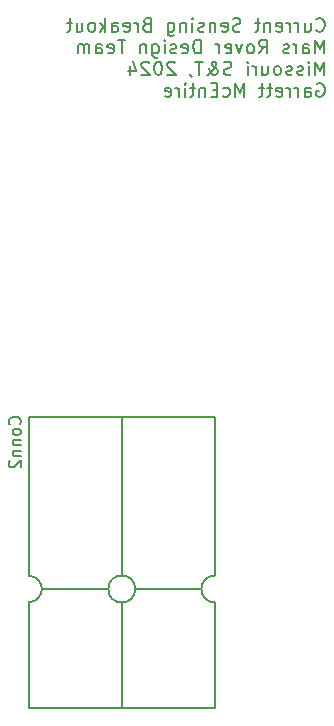
<source format=gbr>
%TF.GenerationSoftware,KiCad,Pcbnew,7.0.5*%
%TF.CreationDate,2023-10-04T22:19:23-05:00*%
%TF.ProjectId,Current Sensing Breakout,43757272-656e-4742-9053-656e73696e67,rev?*%
%TF.SameCoordinates,Original*%
%TF.FileFunction,Legend,Bot*%
%TF.FilePolarity,Positive*%
%FSLAX46Y46*%
G04 Gerber Fmt 4.6, Leading zero omitted, Abs format (unit mm)*
G04 Created by KiCad (PCBNEW 7.0.5) date 2023-10-04 22:19:23*
%MOMM*%
%LPD*%
G01*
G04 APERTURE LIST*
%ADD10C,0.187500*%
%ADD11C,0.150000*%
G04 APERTURE END LIST*
D10*
X74389359Y-27494821D02*
X74443787Y-27549250D01*
X74443787Y-27549250D02*
X74607073Y-27603678D01*
X74607073Y-27603678D02*
X74715930Y-27603678D01*
X74715930Y-27603678D02*
X74879216Y-27549250D01*
X74879216Y-27549250D02*
X74988073Y-27440392D01*
X74988073Y-27440392D02*
X75042502Y-27331535D01*
X75042502Y-27331535D02*
X75096930Y-27113821D01*
X75096930Y-27113821D02*
X75096930Y-26950535D01*
X75096930Y-26950535D02*
X75042502Y-26732821D01*
X75042502Y-26732821D02*
X74988073Y-26623964D01*
X74988073Y-26623964D02*
X74879216Y-26515107D01*
X74879216Y-26515107D02*
X74715930Y-26460678D01*
X74715930Y-26460678D02*
X74607073Y-26460678D01*
X74607073Y-26460678D02*
X74443787Y-26515107D01*
X74443787Y-26515107D02*
X74389359Y-26569535D01*
X73409645Y-26841678D02*
X73409645Y-27603678D01*
X73899502Y-26841678D02*
X73899502Y-27440392D01*
X73899502Y-27440392D02*
X73845073Y-27549250D01*
X73845073Y-27549250D02*
X73736216Y-27603678D01*
X73736216Y-27603678D02*
X73572930Y-27603678D01*
X73572930Y-27603678D02*
X73464073Y-27549250D01*
X73464073Y-27549250D02*
X73409645Y-27494821D01*
X72865359Y-27603678D02*
X72865359Y-26841678D01*
X72865359Y-27059392D02*
X72810930Y-26950535D01*
X72810930Y-26950535D02*
X72756502Y-26896107D01*
X72756502Y-26896107D02*
X72647644Y-26841678D01*
X72647644Y-26841678D02*
X72538787Y-26841678D01*
X72157788Y-27603678D02*
X72157788Y-26841678D01*
X72157788Y-27059392D02*
X72103359Y-26950535D01*
X72103359Y-26950535D02*
X72048931Y-26896107D01*
X72048931Y-26896107D02*
X71940073Y-26841678D01*
X71940073Y-26841678D02*
X71831216Y-26841678D01*
X71014788Y-27549250D02*
X71123645Y-27603678D01*
X71123645Y-27603678D02*
X71341360Y-27603678D01*
X71341360Y-27603678D02*
X71450217Y-27549250D01*
X71450217Y-27549250D02*
X71504645Y-27440392D01*
X71504645Y-27440392D02*
X71504645Y-27004964D01*
X71504645Y-27004964D02*
X71450217Y-26896107D01*
X71450217Y-26896107D02*
X71341360Y-26841678D01*
X71341360Y-26841678D02*
X71123645Y-26841678D01*
X71123645Y-26841678D02*
X71014788Y-26896107D01*
X71014788Y-26896107D02*
X70960360Y-27004964D01*
X70960360Y-27004964D02*
X70960360Y-27113821D01*
X70960360Y-27113821D02*
X71504645Y-27222678D01*
X70470503Y-26841678D02*
X70470503Y-27603678D01*
X70470503Y-26950535D02*
X70416074Y-26896107D01*
X70416074Y-26896107D02*
X70307217Y-26841678D01*
X70307217Y-26841678D02*
X70143931Y-26841678D01*
X70143931Y-26841678D02*
X70035074Y-26896107D01*
X70035074Y-26896107D02*
X69980646Y-27004964D01*
X69980646Y-27004964D02*
X69980646Y-27603678D01*
X69599645Y-26841678D02*
X69164217Y-26841678D01*
X69436360Y-26460678D02*
X69436360Y-27440392D01*
X69436360Y-27440392D02*
X69381931Y-27549250D01*
X69381931Y-27549250D02*
X69273074Y-27603678D01*
X69273074Y-27603678D02*
X69164217Y-27603678D01*
X67966788Y-27549250D02*
X67803503Y-27603678D01*
X67803503Y-27603678D02*
X67531360Y-27603678D01*
X67531360Y-27603678D02*
X67422503Y-27549250D01*
X67422503Y-27549250D02*
X67368074Y-27494821D01*
X67368074Y-27494821D02*
X67313645Y-27385964D01*
X67313645Y-27385964D02*
X67313645Y-27277107D01*
X67313645Y-27277107D02*
X67368074Y-27168250D01*
X67368074Y-27168250D02*
X67422503Y-27113821D01*
X67422503Y-27113821D02*
X67531360Y-27059392D01*
X67531360Y-27059392D02*
X67749074Y-27004964D01*
X67749074Y-27004964D02*
X67857931Y-26950535D01*
X67857931Y-26950535D02*
X67912360Y-26896107D01*
X67912360Y-26896107D02*
X67966788Y-26787250D01*
X67966788Y-26787250D02*
X67966788Y-26678392D01*
X67966788Y-26678392D02*
X67912360Y-26569535D01*
X67912360Y-26569535D02*
X67857931Y-26515107D01*
X67857931Y-26515107D02*
X67749074Y-26460678D01*
X67749074Y-26460678D02*
X67476931Y-26460678D01*
X67476931Y-26460678D02*
X67313645Y-26515107D01*
X66388360Y-27549250D02*
X66497217Y-27603678D01*
X66497217Y-27603678D02*
X66714932Y-27603678D01*
X66714932Y-27603678D02*
X66823789Y-27549250D01*
X66823789Y-27549250D02*
X66878217Y-27440392D01*
X66878217Y-27440392D02*
X66878217Y-27004964D01*
X66878217Y-27004964D02*
X66823789Y-26896107D01*
X66823789Y-26896107D02*
X66714932Y-26841678D01*
X66714932Y-26841678D02*
X66497217Y-26841678D01*
X66497217Y-26841678D02*
X66388360Y-26896107D01*
X66388360Y-26896107D02*
X66333932Y-27004964D01*
X66333932Y-27004964D02*
X66333932Y-27113821D01*
X66333932Y-27113821D02*
X66878217Y-27222678D01*
X65844075Y-26841678D02*
X65844075Y-27603678D01*
X65844075Y-26950535D02*
X65789646Y-26896107D01*
X65789646Y-26896107D02*
X65680789Y-26841678D01*
X65680789Y-26841678D02*
X65517503Y-26841678D01*
X65517503Y-26841678D02*
X65408646Y-26896107D01*
X65408646Y-26896107D02*
X65354218Y-27004964D01*
X65354218Y-27004964D02*
X65354218Y-27603678D01*
X64864360Y-27549250D02*
X64755503Y-27603678D01*
X64755503Y-27603678D02*
X64537789Y-27603678D01*
X64537789Y-27603678D02*
X64428932Y-27549250D01*
X64428932Y-27549250D02*
X64374503Y-27440392D01*
X64374503Y-27440392D02*
X64374503Y-27385964D01*
X64374503Y-27385964D02*
X64428932Y-27277107D01*
X64428932Y-27277107D02*
X64537789Y-27222678D01*
X64537789Y-27222678D02*
X64701075Y-27222678D01*
X64701075Y-27222678D02*
X64809932Y-27168250D01*
X64809932Y-27168250D02*
X64864360Y-27059392D01*
X64864360Y-27059392D02*
X64864360Y-27004964D01*
X64864360Y-27004964D02*
X64809932Y-26896107D01*
X64809932Y-26896107D02*
X64701075Y-26841678D01*
X64701075Y-26841678D02*
X64537789Y-26841678D01*
X64537789Y-26841678D02*
X64428932Y-26896107D01*
X63884646Y-27603678D02*
X63884646Y-26841678D01*
X63884646Y-26460678D02*
X63939074Y-26515107D01*
X63939074Y-26515107D02*
X63884646Y-26569535D01*
X63884646Y-26569535D02*
X63830217Y-26515107D01*
X63830217Y-26515107D02*
X63884646Y-26460678D01*
X63884646Y-26460678D02*
X63884646Y-26569535D01*
X63340360Y-26841678D02*
X63340360Y-27603678D01*
X63340360Y-26950535D02*
X63285931Y-26896107D01*
X63285931Y-26896107D02*
X63177074Y-26841678D01*
X63177074Y-26841678D02*
X63013788Y-26841678D01*
X63013788Y-26841678D02*
X62904931Y-26896107D01*
X62904931Y-26896107D02*
X62850503Y-27004964D01*
X62850503Y-27004964D02*
X62850503Y-27603678D01*
X61816360Y-26841678D02*
X61816360Y-27766964D01*
X61816360Y-27766964D02*
X61870788Y-27875821D01*
X61870788Y-27875821D02*
X61925217Y-27930250D01*
X61925217Y-27930250D02*
X62034074Y-27984678D01*
X62034074Y-27984678D02*
X62197360Y-27984678D01*
X62197360Y-27984678D02*
X62306217Y-27930250D01*
X61816360Y-27549250D02*
X61925217Y-27603678D01*
X61925217Y-27603678D02*
X62142931Y-27603678D01*
X62142931Y-27603678D02*
X62251788Y-27549250D01*
X62251788Y-27549250D02*
X62306217Y-27494821D01*
X62306217Y-27494821D02*
X62360645Y-27385964D01*
X62360645Y-27385964D02*
X62360645Y-27059392D01*
X62360645Y-27059392D02*
X62306217Y-26950535D01*
X62306217Y-26950535D02*
X62251788Y-26896107D01*
X62251788Y-26896107D02*
X62142931Y-26841678D01*
X62142931Y-26841678D02*
X61925217Y-26841678D01*
X61925217Y-26841678D02*
X61816360Y-26896107D01*
X60020217Y-27004964D02*
X59856931Y-27059392D01*
X59856931Y-27059392D02*
X59802502Y-27113821D01*
X59802502Y-27113821D02*
X59748074Y-27222678D01*
X59748074Y-27222678D02*
X59748074Y-27385964D01*
X59748074Y-27385964D02*
X59802502Y-27494821D01*
X59802502Y-27494821D02*
X59856931Y-27549250D01*
X59856931Y-27549250D02*
X59965788Y-27603678D01*
X59965788Y-27603678D02*
X60401217Y-27603678D01*
X60401217Y-27603678D02*
X60401217Y-26460678D01*
X60401217Y-26460678D02*
X60020217Y-26460678D01*
X60020217Y-26460678D02*
X59911360Y-26515107D01*
X59911360Y-26515107D02*
X59856931Y-26569535D01*
X59856931Y-26569535D02*
X59802502Y-26678392D01*
X59802502Y-26678392D02*
X59802502Y-26787250D01*
X59802502Y-26787250D02*
X59856931Y-26896107D01*
X59856931Y-26896107D02*
X59911360Y-26950535D01*
X59911360Y-26950535D02*
X60020217Y-27004964D01*
X60020217Y-27004964D02*
X60401217Y-27004964D01*
X59258217Y-27603678D02*
X59258217Y-26841678D01*
X59258217Y-27059392D02*
X59203788Y-26950535D01*
X59203788Y-26950535D02*
X59149360Y-26896107D01*
X59149360Y-26896107D02*
X59040502Y-26841678D01*
X59040502Y-26841678D02*
X58931645Y-26841678D01*
X58115217Y-27549250D02*
X58224074Y-27603678D01*
X58224074Y-27603678D02*
X58441789Y-27603678D01*
X58441789Y-27603678D02*
X58550646Y-27549250D01*
X58550646Y-27549250D02*
X58605074Y-27440392D01*
X58605074Y-27440392D02*
X58605074Y-27004964D01*
X58605074Y-27004964D02*
X58550646Y-26896107D01*
X58550646Y-26896107D02*
X58441789Y-26841678D01*
X58441789Y-26841678D02*
X58224074Y-26841678D01*
X58224074Y-26841678D02*
X58115217Y-26896107D01*
X58115217Y-26896107D02*
X58060789Y-27004964D01*
X58060789Y-27004964D02*
X58060789Y-27113821D01*
X58060789Y-27113821D02*
X58605074Y-27222678D01*
X57081075Y-27603678D02*
X57081075Y-27004964D01*
X57081075Y-27004964D02*
X57135503Y-26896107D01*
X57135503Y-26896107D02*
X57244360Y-26841678D01*
X57244360Y-26841678D02*
X57462075Y-26841678D01*
X57462075Y-26841678D02*
X57570932Y-26896107D01*
X57081075Y-27549250D02*
X57189932Y-27603678D01*
X57189932Y-27603678D02*
X57462075Y-27603678D01*
X57462075Y-27603678D02*
X57570932Y-27549250D01*
X57570932Y-27549250D02*
X57625360Y-27440392D01*
X57625360Y-27440392D02*
X57625360Y-27331535D01*
X57625360Y-27331535D02*
X57570932Y-27222678D01*
X57570932Y-27222678D02*
X57462075Y-27168250D01*
X57462075Y-27168250D02*
X57189932Y-27168250D01*
X57189932Y-27168250D02*
X57081075Y-27113821D01*
X56536789Y-27603678D02*
X56536789Y-26460678D01*
X56427932Y-27168250D02*
X56101360Y-27603678D01*
X56101360Y-26841678D02*
X56536789Y-27277107D01*
X55448217Y-27603678D02*
X55557074Y-27549250D01*
X55557074Y-27549250D02*
X55611503Y-27494821D01*
X55611503Y-27494821D02*
X55665931Y-27385964D01*
X55665931Y-27385964D02*
X55665931Y-27059392D01*
X55665931Y-27059392D02*
X55611503Y-26950535D01*
X55611503Y-26950535D02*
X55557074Y-26896107D01*
X55557074Y-26896107D02*
X55448217Y-26841678D01*
X55448217Y-26841678D02*
X55284931Y-26841678D01*
X55284931Y-26841678D02*
X55176074Y-26896107D01*
X55176074Y-26896107D02*
X55121646Y-26950535D01*
X55121646Y-26950535D02*
X55067217Y-27059392D01*
X55067217Y-27059392D02*
X55067217Y-27385964D01*
X55067217Y-27385964D02*
X55121646Y-27494821D01*
X55121646Y-27494821D02*
X55176074Y-27549250D01*
X55176074Y-27549250D02*
X55284931Y-27603678D01*
X55284931Y-27603678D02*
X55448217Y-27603678D01*
X54087503Y-26841678D02*
X54087503Y-27603678D01*
X54577360Y-26841678D02*
X54577360Y-27440392D01*
X54577360Y-27440392D02*
X54522931Y-27549250D01*
X54522931Y-27549250D02*
X54414074Y-27603678D01*
X54414074Y-27603678D02*
X54250788Y-27603678D01*
X54250788Y-27603678D02*
X54141931Y-27549250D01*
X54141931Y-27549250D02*
X54087503Y-27494821D01*
X53706502Y-26841678D02*
X53271074Y-26841678D01*
X53543217Y-26460678D02*
X53543217Y-27440392D01*
X53543217Y-27440392D02*
X53488788Y-27549250D01*
X53488788Y-27549250D02*
X53379931Y-27603678D01*
X53379931Y-27603678D02*
X53271074Y-27603678D01*
X75042502Y-29443908D02*
X75042502Y-28300908D01*
X75042502Y-28300908D02*
X74661502Y-29117337D01*
X74661502Y-29117337D02*
X74280502Y-28300908D01*
X74280502Y-28300908D02*
X74280502Y-29443908D01*
X73246359Y-29443908D02*
X73246359Y-28845194D01*
X73246359Y-28845194D02*
X73300787Y-28736337D01*
X73300787Y-28736337D02*
X73409644Y-28681908D01*
X73409644Y-28681908D02*
X73627359Y-28681908D01*
X73627359Y-28681908D02*
X73736216Y-28736337D01*
X73246359Y-29389480D02*
X73355216Y-29443908D01*
X73355216Y-29443908D02*
X73627359Y-29443908D01*
X73627359Y-29443908D02*
X73736216Y-29389480D01*
X73736216Y-29389480D02*
X73790644Y-29280622D01*
X73790644Y-29280622D02*
X73790644Y-29171765D01*
X73790644Y-29171765D02*
X73736216Y-29062908D01*
X73736216Y-29062908D02*
X73627359Y-29008480D01*
X73627359Y-29008480D02*
X73355216Y-29008480D01*
X73355216Y-29008480D02*
X73246359Y-28954051D01*
X72702073Y-29443908D02*
X72702073Y-28681908D01*
X72702073Y-28899622D02*
X72647644Y-28790765D01*
X72647644Y-28790765D02*
X72593216Y-28736337D01*
X72593216Y-28736337D02*
X72484358Y-28681908D01*
X72484358Y-28681908D02*
X72375501Y-28681908D01*
X72048930Y-29389480D02*
X71940073Y-29443908D01*
X71940073Y-29443908D02*
X71722359Y-29443908D01*
X71722359Y-29443908D02*
X71613502Y-29389480D01*
X71613502Y-29389480D02*
X71559073Y-29280622D01*
X71559073Y-29280622D02*
X71559073Y-29226194D01*
X71559073Y-29226194D02*
X71613502Y-29117337D01*
X71613502Y-29117337D02*
X71722359Y-29062908D01*
X71722359Y-29062908D02*
X71885645Y-29062908D01*
X71885645Y-29062908D02*
X71994502Y-29008480D01*
X71994502Y-29008480D02*
X72048930Y-28899622D01*
X72048930Y-28899622D02*
X72048930Y-28845194D01*
X72048930Y-28845194D02*
X71994502Y-28736337D01*
X71994502Y-28736337D02*
X71885645Y-28681908D01*
X71885645Y-28681908D02*
X71722359Y-28681908D01*
X71722359Y-28681908D02*
X71613502Y-28736337D01*
X69545216Y-29443908D02*
X69926216Y-28899622D01*
X70198359Y-29443908D02*
X70198359Y-28300908D01*
X70198359Y-28300908D02*
X69762930Y-28300908D01*
X69762930Y-28300908D02*
X69654073Y-28355337D01*
X69654073Y-28355337D02*
X69599644Y-28409765D01*
X69599644Y-28409765D02*
X69545216Y-28518622D01*
X69545216Y-28518622D02*
X69545216Y-28681908D01*
X69545216Y-28681908D02*
X69599644Y-28790765D01*
X69599644Y-28790765D02*
X69654073Y-28845194D01*
X69654073Y-28845194D02*
X69762930Y-28899622D01*
X69762930Y-28899622D02*
X70198359Y-28899622D01*
X68892073Y-29443908D02*
X69000930Y-29389480D01*
X69000930Y-29389480D02*
X69055359Y-29335051D01*
X69055359Y-29335051D02*
X69109787Y-29226194D01*
X69109787Y-29226194D02*
X69109787Y-28899622D01*
X69109787Y-28899622D02*
X69055359Y-28790765D01*
X69055359Y-28790765D02*
X69000930Y-28736337D01*
X69000930Y-28736337D02*
X68892073Y-28681908D01*
X68892073Y-28681908D02*
X68728787Y-28681908D01*
X68728787Y-28681908D02*
X68619930Y-28736337D01*
X68619930Y-28736337D02*
X68565502Y-28790765D01*
X68565502Y-28790765D02*
X68511073Y-28899622D01*
X68511073Y-28899622D02*
X68511073Y-29226194D01*
X68511073Y-29226194D02*
X68565502Y-29335051D01*
X68565502Y-29335051D02*
X68619930Y-29389480D01*
X68619930Y-29389480D02*
X68728787Y-29443908D01*
X68728787Y-29443908D02*
X68892073Y-29443908D01*
X68130073Y-28681908D02*
X67857930Y-29443908D01*
X67857930Y-29443908D02*
X67585787Y-28681908D01*
X66714930Y-29389480D02*
X66823787Y-29443908D01*
X66823787Y-29443908D02*
X67041502Y-29443908D01*
X67041502Y-29443908D02*
X67150359Y-29389480D01*
X67150359Y-29389480D02*
X67204787Y-29280622D01*
X67204787Y-29280622D02*
X67204787Y-28845194D01*
X67204787Y-28845194D02*
X67150359Y-28736337D01*
X67150359Y-28736337D02*
X67041502Y-28681908D01*
X67041502Y-28681908D02*
X66823787Y-28681908D01*
X66823787Y-28681908D02*
X66714930Y-28736337D01*
X66714930Y-28736337D02*
X66660502Y-28845194D01*
X66660502Y-28845194D02*
X66660502Y-28954051D01*
X66660502Y-28954051D02*
X67204787Y-29062908D01*
X66170645Y-29443908D02*
X66170645Y-28681908D01*
X66170645Y-28899622D02*
X66116216Y-28790765D01*
X66116216Y-28790765D02*
X66061788Y-28736337D01*
X66061788Y-28736337D02*
X65952930Y-28681908D01*
X65952930Y-28681908D02*
X65844073Y-28681908D01*
X64592217Y-29443908D02*
X64592217Y-28300908D01*
X64592217Y-28300908D02*
X64320074Y-28300908D01*
X64320074Y-28300908D02*
X64156788Y-28355337D01*
X64156788Y-28355337D02*
X64047931Y-28464194D01*
X64047931Y-28464194D02*
X63993502Y-28573051D01*
X63993502Y-28573051D02*
X63939074Y-28790765D01*
X63939074Y-28790765D02*
X63939074Y-28954051D01*
X63939074Y-28954051D02*
X63993502Y-29171765D01*
X63993502Y-29171765D02*
X64047931Y-29280622D01*
X64047931Y-29280622D02*
X64156788Y-29389480D01*
X64156788Y-29389480D02*
X64320074Y-29443908D01*
X64320074Y-29443908D02*
X64592217Y-29443908D01*
X63013788Y-29389480D02*
X63122645Y-29443908D01*
X63122645Y-29443908D02*
X63340360Y-29443908D01*
X63340360Y-29443908D02*
X63449217Y-29389480D01*
X63449217Y-29389480D02*
X63503645Y-29280622D01*
X63503645Y-29280622D02*
X63503645Y-28845194D01*
X63503645Y-28845194D02*
X63449217Y-28736337D01*
X63449217Y-28736337D02*
X63340360Y-28681908D01*
X63340360Y-28681908D02*
X63122645Y-28681908D01*
X63122645Y-28681908D02*
X63013788Y-28736337D01*
X63013788Y-28736337D02*
X62959360Y-28845194D01*
X62959360Y-28845194D02*
X62959360Y-28954051D01*
X62959360Y-28954051D02*
X63503645Y-29062908D01*
X62523931Y-29389480D02*
X62415074Y-29443908D01*
X62415074Y-29443908D02*
X62197360Y-29443908D01*
X62197360Y-29443908D02*
X62088503Y-29389480D01*
X62088503Y-29389480D02*
X62034074Y-29280622D01*
X62034074Y-29280622D02*
X62034074Y-29226194D01*
X62034074Y-29226194D02*
X62088503Y-29117337D01*
X62088503Y-29117337D02*
X62197360Y-29062908D01*
X62197360Y-29062908D02*
X62360646Y-29062908D01*
X62360646Y-29062908D02*
X62469503Y-29008480D01*
X62469503Y-29008480D02*
X62523931Y-28899622D01*
X62523931Y-28899622D02*
X62523931Y-28845194D01*
X62523931Y-28845194D02*
X62469503Y-28736337D01*
X62469503Y-28736337D02*
X62360646Y-28681908D01*
X62360646Y-28681908D02*
X62197360Y-28681908D01*
X62197360Y-28681908D02*
X62088503Y-28736337D01*
X61544217Y-29443908D02*
X61544217Y-28681908D01*
X61544217Y-28300908D02*
X61598645Y-28355337D01*
X61598645Y-28355337D02*
X61544217Y-28409765D01*
X61544217Y-28409765D02*
X61489788Y-28355337D01*
X61489788Y-28355337D02*
X61544217Y-28300908D01*
X61544217Y-28300908D02*
X61544217Y-28409765D01*
X60510074Y-28681908D02*
X60510074Y-29607194D01*
X60510074Y-29607194D02*
X60564502Y-29716051D01*
X60564502Y-29716051D02*
X60618931Y-29770480D01*
X60618931Y-29770480D02*
X60727788Y-29824908D01*
X60727788Y-29824908D02*
X60891074Y-29824908D01*
X60891074Y-29824908D02*
X60999931Y-29770480D01*
X60510074Y-29389480D02*
X60618931Y-29443908D01*
X60618931Y-29443908D02*
X60836645Y-29443908D01*
X60836645Y-29443908D02*
X60945502Y-29389480D01*
X60945502Y-29389480D02*
X60999931Y-29335051D01*
X60999931Y-29335051D02*
X61054359Y-29226194D01*
X61054359Y-29226194D02*
X61054359Y-28899622D01*
X61054359Y-28899622D02*
X60999931Y-28790765D01*
X60999931Y-28790765D02*
X60945502Y-28736337D01*
X60945502Y-28736337D02*
X60836645Y-28681908D01*
X60836645Y-28681908D02*
X60618931Y-28681908D01*
X60618931Y-28681908D02*
X60510074Y-28736337D01*
X59965788Y-28681908D02*
X59965788Y-29443908D01*
X59965788Y-28790765D02*
X59911359Y-28736337D01*
X59911359Y-28736337D02*
X59802502Y-28681908D01*
X59802502Y-28681908D02*
X59639216Y-28681908D01*
X59639216Y-28681908D02*
X59530359Y-28736337D01*
X59530359Y-28736337D02*
X59475931Y-28845194D01*
X59475931Y-28845194D02*
X59475931Y-29443908D01*
X58224073Y-28300908D02*
X57570931Y-28300908D01*
X57897502Y-29443908D02*
X57897502Y-28300908D01*
X56754502Y-29389480D02*
X56863359Y-29443908D01*
X56863359Y-29443908D02*
X57081074Y-29443908D01*
X57081074Y-29443908D02*
X57189931Y-29389480D01*
X57189931Y-29389480D02*
X57244359Y-29280622D01*
X57244359Y-29280622D02*
X57244359Y-28845194D01*
X57244359Y-28845194D02*
X57189931Y-28736337D01*
X57189931Y-28736337D02*
X57081074Y-28681908D01*
X57081074Y-28681908D02*
X56863359Y-28681908D01*
X56863359Y-28681908D02*
X56754502Y-28736337D01*
X56754502Y-28736337D02*
X56700074Y-28845194D01*
X56700074Y-28845194D02*
X56700074Y-28954051D01*
X56700074Y-28954051D02*
X57244359Y-29062908D01*
X55720360Y-29443908D02*
X55720360Y-28845194D01*
X55720360Y-28845194D02*
X55774788Y-28736337D01*
X55774788Y-28736337D02*
X55883645Y-28681908D01*
X55883645Y-28681908D02*
X56101360Y-28681908D01*
X56101360Y-28681908D02*
X56210217Y-28736337D01*
X55720360Y-29389480D02*
X55829217Y-29443908D01*
X55829217Y-29443908D02*
X56101360Y-29443908D01*
X56101360Y-29443908D02*
X56210217Y-29389480D01*
X56210217Y-29389480D02*
X56264645Y-29280622D01*
X56264645Y-29280622D02*
X56264645Y-29171765D01*
X56264645Y-29171765D02*
X56210217Y-29062908D01*
X56210217Y-29062908D02*
X56101360Y-29008480D01*
X56101360Y-29008480D02*
X55829217Y-29008480D01*
X55829217Y-29008480D02*
X55720360Y-28954051D01*
X55176074Y-29443908D02*
X55176074Y-28681908D01*
X55176074Y-28790765D02*
X55121645Y-28736337D01*
X55121645Y-28736337D02*
X55012788Y-28681908D01*
X55012788Y-28681908D02*
X54849502Y-28681908D01*
X54849502Y-28681908D02*
X54740645Y-28736337D01*
X54740645Y-28736337D02*
X54686217Y-28845194D01*
X54686217Y-28845194D02*
X54686217Y-29443908D01*
X54686217Y-28845194D02*
X54631788Y-28736337D01*
X54631788Y-28736337D02*
X54522931Y-28681908D01*
X54522931Y-28681908D02*
X54359645Y-28681908D01*
X54359645Y-28681908D02*
X54250788Y-28736337D01*
X54250788Y-28736337D02*
X54196359Y-28845194D01*
X54196359Y-28845194D02*
X54196359Y-29443908D01*
X75042502Y-31284138D02*
X75042502Y-30141138D01*
X75042502Y-30141138D02*
X74661502Y-30957567D01*
X74661502Y-30957567D02*
X74280502Y-30141138D01*
X74280502Y-30141138D02*
X74280502Y-31284138D01*
X73736216Y-31284138D02*
X73736216Y-30522138D01*
X73736216Y-30141138D02*
X73790644Y-30195567D01*
X73790644Y-30195567D02*
X73736216Y-30249995D01*
X73736216Y-30249995D02*
X73681787Y-30195567D01*
X73681787Y-30195567D02*
X73736216Y-30141138D01*
X73736216Y-30141138D02*
X73736216Y-30249995D01*
X73246358Y-31229710D02*
X73137501Y-31284138D01*
X73137501Y-31284138D02*
X72919787Y-31284138D01*
X72919787Y-31284138D02*
X72810930Y-31229710D01*
X72810930Y-31229710D02*
X72756501Y-31120852D01*
X72756501Y-31120852D02*
X72756501Y-31066424D01*
X72756501Y-31066424D02*
X72810930Y-30957567D01*
X72810930Y-30957567D02*
X72919787Y-30903138D01*
X72919787Y-30903138D02*
X73083073Y-30903138D01*
X73083073Y-30903138D02*
X73191930Y-30848710D01*
X73191930Y-30848710D02*
X73246358Y-30739852D01*
X73246358Y-30739852D02*
X73246358Y-30685424D01*
X73246358Y-30685424D02*
X73191930Y-30576567D01*
X73191930Y-30576567D02*
X73083073Y-30522138D01*
X73083073Y-30522138D02*
X72919787Y-30522138D01*
X72919787Y-30522138D02*
X72810930Y-30576567D01*
X72321072Y-31229710D02*
X72212215Y-31284138D01*
X72212215Y-31284138D02*
X71994501Y-31284138D01*
X71994501Y-31284138D02*
X71885644Y-31229710D01*
X71885644Y-31229710D02*
X71831215Y-31120852D01*
X71831215Y-31120852D02*
X71831215Y-31066424D01*
X71831215Y-31066424D02*
X71885644Y-30957567D01*
X71885644Y-30957567D02*
X71994501Y-30903138D01*
X71994501Y-30903138D02*
X72157787Y-30903138D01*
X72157787Y-30903138D02*
X72266644Y-30848710D01*
X72266644Y-30848710D02*
X72321072Y-30739852D01*
X72321072Y-30739852D02*
X72321072Y-30685424D01*
X72321072Y-30685424D02*
X72266644Y-30576567D01*
X72266644Y-30576567D02*
X72157787Y-30522138D01*
X72157787Y-30522138D02*
X71994501Y-30522138D01*
X71994501Y-30522138D02*
X71885644Y-30576567D01*
X71178072Y-31284138D02*
X71286929Y-31229710D01*
X71286929Y-31229710D02*
X71341358Y-31175281D01*
X71341358Y-31175281D02*
X71395786Y-31066424D01*
X71395786Y-31066424D02*
X71395786Y-30739852D01*
X71395786Y-30739852D02*
X71341358Y-30630995D01*
X71341358Y-30630995D02*
X71286929Y-30576567D01*
X71286929Y-30576567D02*
X71178072Y-30522138D01*
X71178072Y-30522138D02*
X71014786Y-30522138D01*
X71014786Y-30522138D02*
X70905929Y-30576567D01*
X70905929Y-30576567D02*
X70851501Y-30630995D01*
X70851501Y-30630995D02*
X70797072Y-30739852D01*
X70797072Y-30739852D02*
X70797072Y-31066424D01*
X70797072Y-31066424D02*
X70851501Y-31175281D01*
X70851501Y-31175281D02*
X70905929Y-31229710D01*
X70905929Y-31229710D02*
X71014786Y-31284138D01*
X71014786Y-31284138D02*
X71178072Y-31284138D01*
X69817358Y-30522138D02*
X69817358Y-31284138D01*
X70307215Y-30522138D02*
X70307215Y-31120852D01*
X70307215Y-31120852D02*
X70252786Y-31229710D01*
X70252786Y-31229710D02*
X70143929Y-31284138D01*
X70143929Y-31284138D02*
X69980643Y-31284138D01*
X69980643Y-31284138D02*
X69871786Y-31229710D01*
X69871786Y-31229710D02*
X69817358Y-31175281D01*
X69273072Y-31284138D02*
X69273072Y-30522138D01*
X69273072Y-30739852D02*
X69218643Y-30630995D01*
X69218643Y-30630995D02*
X69164215Y-30576567D01*
X69164215Y-30576567D02*
X69055357Y-30522138D01*
X69055357Y-30522138D02*
X68946500Y-30522138D01*
X68565501Y-31284138D02*
X68565501Y-30522138D01*
X68565501Y-30141138D02*
X68619929Y-30195567D01*
X68619929Y-30195567D02*
X68565501Y-30249995D01*
X68565501Y-30249995D02*
X68511072Y-30195567D01*
X68511072Y-30195567D02*
X68565501Y-30141138D01*
X68565501Y-30141138D02*
X68565501Y-30249995D01*
X67204786Y-31229710D02*
X67041501Y-31284138D01*
X67041501Y-31284138D02*
X66769358Y-31284138D01*
X66769358Y-31284138D02*
X66660501Y-31229710D01*
X66660501Y-31229710D02*
X66606072Y-31175281D01*
X66606072Y-31175281D02*
X66551643Y-31066424D01*
X66551643Y-31066424D02*
X66551643Y-30957567D01*
X66551643Y-30957567D02*
X66606072Y-30848710D01*
X66606072Y-30848710D02*
X66660501Y-30794281D01*
X66660501Y-30794281D02*
X66769358Y-30739852D01*
X66769358Y-30739852D02*
X66987072Y-30685424D01*
X66987072Y-30685424D02*
X67095929Y-30630995D01*
X67095929Y-30630995D02*
X67150358Y-30576567D01*
X67150358Y-30576567D02*
X67204786Y-30467710D01*
X67204786Y-30467710D02*
X67204786Y-30358852D01*
X67204786Y-30358852D02*
X67150358Y-30249995D01*
X67150358Y-30249995D02*
X67095929Y-30195567D01*
X67095929Y-30195567D02*
X66987072Y-30141138D01*
X66987072Y-30141138D02*
X66714929Y-30141138D01*
X66714929Y-30141138D02*
X66551643Y-30195567D01*
X65136501Y-31284138D02*
X65190930Y-31284138D01*
X65190930Y-31284138D02*
X65299787Y-31229710D01*
X65299787Y-31229710D02*
X65463072Y-31066424D01*
X65463072Y-31066424D02*
X65735215Y-30739852D01*
X65735215Y-30739852D02*
X65844072Y-30576567D01*
X65844072Y-30576567D02*
X65898501Y-30413281D01*
X65898501Y-30413281D02*
X65898501Y-30304424D01*
X65898501Y-30304424D02*
X65844072Y-30195567D01*
X65844072Y-30195567D02*
X65735215Y-30141138D01*
X65735215Y-30141138D02*
X65680787Y-30141138D01*
X65680787Y-30141138D02*
X65571930Y-30195567D01*
X65571930Y-30195567D02*
X65517501Y-30304424D01*
X65517501Y-30304424D02*
X65517501Y-30358852D01*
X65517501Y-30358852D02*
X65571930Y-30467710D01*
X65571930Y-30467710D02*
X65626358Y-30522138D01*
X65626358Y-30522138D02*
X65952930Y-30739852D01*
X65952930Y-30739852D02*
X66007358Y-30794281D01*
X66007358Y-30794281D02*
X66061787Y-30903138D01*
X66061787Y-30903138D02*
X66061787Y-31066424D01*
X66061787Y-31066424D02*
X66007358Y-31175281D01*
X66007358Y-31175281D02*
X65952930Y-31229710D01*
X65952930Y-31229710D02*
X65844072Y-31284138D01*
X65844072Y-31284138D02*
X65680787Y-31284138D01*
X65680787Y-31284138D02*
X65571930Y-31229710D01*
X65571930Y-31229710D02*
X65517501Y-31175281D01*
X65517501Y-31175281D02*
X65354215Y-30957567D01*
X65354215Y-30957567D02*
X65299787Y-30794281D01*
X65299787Y-30794281D02*
X65299787Y-30685424D01*
X64809929Y-30141138D02*
X64156787Y-30141138D01*
X64483358Y-31284138D02*
X64483358Y-30141138D01*
X63721358Y-31229710D02*
X63721358Y-31284138D01*
X63721358Y-31284138D02*
X63775787Y-31392995D01*
X63775787Y-31392995D02*
X63830215Y-31447424D01*
X62415072Y-30249995D02*
X62360644Y-30195567D01*
X62360644Y-30195567D02*
X62251787Y-30141138D01*
X62251787Y-30141138D02*
X61979644Y-30141138D01*
X61979644Y-30141138D02*
X61870787Y-30195567D01*
X61870787Y-30195567D02*
X61816358Y-30249995D01*
X61816358Y-30249995D02*
X61761929Y-30358852D01*
X61761929Y-30358852D02*
X61761929Y-30467710D01*
X61761929Y-30467710D02*
X61816358Y-30630995D01*
X61816358Y-30630995D02*
X62469501Y-31284138D01*
X62469501Y-31284138D02*
X61761929Y-31284138D01*
X61054358Y-30141138D02*
X60945501Y-30141138D01*
X60945501Y-30141138D02*
X60836644Y-30195567D01*
X60836644Y-30195567D02*
X60782216Y-30249995D01*
X60782216Y-30249995D02*
X60727787Y-30358852D01*
X60727787Y-30358852D02*
X60673358Y-30576567D01*
X60673358Y-30576567D02*
X60673358Y-30848710D01*
X60673358Y-30848710D02*
X60727787Y-31066424D01*
X60727787Y-31066424D02*
X60782216Y-31175281D01*
X60782216Y-31175281D02*
X60836644Y-31229710D01*
X60836644Y-31229710D02*
X60945501Y-31284138D01*
X60945501Y-31284138D02*
X61054358Y-31284138D01*
X61054358Y-31284138D02*
X61163216Y-31229710D01*
X61163216Y-31229710D02*
X61217644Y-31175281D01*
X61217644Y-31175281D02*
X61272073Y-31066424D01*
X61272073Y-31066424D02*
X61326501Y-30848710D01*
X61326501Y-30848710D02*
X61326501Y-30576567D01*
X61326501Y-30576567D02*
X61272073Y-30358852D01*
X61272073Y-30358852D02*
X61217644Y-30249995D01*
X61217644Y-30249995D02*
X61163216Y-30195567D01*
X61163216Y-30195567D02*
X61054358Y-30141138D01*
X60237930Y-30249995D02*
X60183502Y-30195567D01*
X60183502Y-30195567D02*
X60074645Y-30141138D01*
X60074645Y-30141138D02*
X59802502Y-30141138D01*
X59802502Y-30141138D02*
X59693645Y-30195567D01*
X59693645Y-30195567D02*
X59639216Y-30249995D01*
X59639216Y-30249995D02*
X59584787Y-30358852D01*
X59584787Y-30358852D02*
X59584787Y-30467710D01*
X59584787Y-30467710D02*
X59639216Y-30630995D01*
X59639216Y-30630995D02*
X60292359Y-31284138D01*
X60292359Y-31284138D02*
X59584787Y-31284138D01*
X58605074Y-30522138D02*
X58605074Y-31284138D01*
X58877216Y-30086710D02*
X59149359Y-30903138D01*
X59149359Y-30903138D02*
X58441788Y-30903138D01*
X74443787Y-32035797D02*
X74552645Y-31981368D01*
X74552645Y-31981368D02*
X74715930Y-31981368D01*
X74715930Y-31981368D02*
X74879216Y-32035797D01*
X74879216Y-32035797D02*
X74988073Y-32144654D01*
X74988073Y-32144654D02*
X75042502Y-32253511D01*
X75042502Y-32253511D02*
X75096930Y-32471225D01*
X75096930Y-32471225D02*
X75096930Y-32634511D01*
X75096930Y-32634511D02*
X75042502Y-32852225D01*
X75042502Y-32852225D02*
X74988073Y-32961082D01*
X74988073Y-32961082D02*
X74879216Y-33069940D01*
X74879216Y-33069940D02*
X74715930Y-33124368D01*
X74715930Y-33124368D02*
X74607073Y-33124368D01*
X74607073Y-33124368D02*
X74443787Y-33069940D01*
X74443787Y-33069940D02*
X74389359Y-33015511D01*
X74389359Y-33015511D02*
X74389359Y-32634511D01*
X74389359Y-32634511D02*
X74607073Y-32634511D01*
X73409645Y-33124368D02*
X73409645Y-32525654D01*
X73409645Y-32525654D02*
X73464073Y-32416797D01*
X73464073Y-32416797D02*
X73572930Y-32362368D01*
X73572930Y-32362368D02*
X73790645Y-32362368D01*
X73790645Y-32362368D02*
X73899502Y-32416797D01*
X73409645Y-33069940D02*
X73518502Y-33124368D01*
X73518502Y-33124368D02*
X73790645Y-33124368D01*
X73790645Y-33124368D02*
X73899502Y-33069940D01*
X73899502Y-33069940D02*
X73953930Y-32961082D01*
X73953930Y-32961082D02*
X73953930Y-32852225D01*
X73953930Y-32852225D02*
X73899502Y-32743368D01*
X73899502Y-32743368D02*
X73790645Y-32688940D01*
X73790645Y-32688940D02*
X73518502Y-32688940D01*
X73518502Y-32688940D02*
X73409645Y-32634511D01*
X72865359Y-33124368D02*
X72865359Y-32362368D01*
X72865359Y-32580082D02*
X72810930Y-32471225D01*
X72810930Y-32471225D02*
X72756502Y-32416797D01*
X72756502Y-32416797D02*
X72647644Y-32362368D01*
X72647644Y-32362368D02*
X72538787Y-32362368D01*
X72157788Y-33124368D02*
X72157788Y-32362368D01*
X72157788Y-32580082D02*
X72103359Y-32471225D01*
X72103359Y-32471225D02*
X72048931Y-32416797D01*
X72048931Y-32416797D02*
X71940073Y-32362368D01*
X71940073Y-32362368D02*
X71831216Y-32362368D01*
X71014788Y-33069940D02*
X71123645Y-33124368D01*
X71123645Y-33124368D02*
X71341360Y-33124368D01*
X71341360Y-33124368D02*
X71450217Y-33069940D01*
X71450217Y-33069940D02*
X71504645Y-32961082D01*
X71504645Y-32961082D02*
X71504645Y-32525654D01*
X71504645Y-32525654D02*
X71450217Y-32416797D01*
X71450217Y-32416797D02*
X71341360Y-32362368D01*
X71341360Y-32362368D02*
X71123645Y-32362368D01*
X71123645Y-32362368D02*
X71014788Y-32416797D01*
X71014788Y-32416797D02*
X70960360Y-32525654D01*
X70960360Y-32525654D02*
X70960360Y-32634511D01*
X70960360Y-32634511D02*
X71504645Y-32743368D01*
X70633788Y-32362368D02*
X70198360Y-32362368D01*
X70470503Y-31981368D02*
X70470503Y-32961082D01*
X70470503Y-32961082D02*
X70416074Y-33069940D01*
X70416074Y-33069940D02*
X70307217Y-33124368D01*
X70307217Y-33124368D02*
X70198360Y-33124368D01*
X69980645Y-32362368D02*
X69545217Y-32362368D01*
X69817360Y-31981368D02*
X69817360Y-32961082D01*
X69817360Y-32961082D02*
X69762931Y-33069940D01*
X69762931Y-33069940D02*
X69654074Y-33124368D01*
X69654074Y-33124368D02*
X69545217Y-33124368D01*
X68293360Y-33124368D02*
X68293360Y-31981368D01*
X68293360Y-31981368D02*
X67912360Y-32797797D01*
X67912360Y-32797797D02*
X67531360Y-31981368D01*
X67531360Y-31981368D02*
X67531360Y-33124368D01*
X66497217Y-33069940D02*
X66606074Y-33124368D01*
X66606074Y-33124368D02*
X66823788Y-33124368D01*
X66823788Y-33124368D02*
X66932645Y-33069940D01*
X66932645Y-33069940D02*
X66987074Y-33015511D01*
X66987074Y-33015511D02*
X67041502Y-32906654D01*
X67041502Y-32906654D02*
X67041502Y-32580082D01*
X67041502Y-32580082D02*
X66987074Y-32471225D01*
X66987074Y-32471225D02*
X66932645Y-32416797D01*
X66932645Y-32416797D02*
X66823788Y-32362368D01*
X66823788Y-32362368D02*
X66606074Y-32362368D01*
X66606074Y-32362368D02*
X66497217Y-32416797D01*
X66007360Y-32525654D02*
X65626360Y-32525654D01*
X65463074Y-33124368D02*
X66007360Y-33124368D01*
X66007360Y-33124368D02*
X66007360Y-31981368D01*
X66007360Y-31981368D02*
X65463074Y-31981368D01*
X64973217Y-32362368D02*
X64973217Y-33124368D01*
X64973217Y-32471225D02*
X64918788Y-32416797D01*
X64918788Y-32416797D02*
X64809931Y-32362368D01*
X64809931Y-32362368D02*
X64646645Y-32362368D01*
X64646645Y-32362368D02*
X64537788Y-32416797D01*
X64537788Y-32416797D02*
X64483360Y-32525654D01*
X64483360Y-32525654D02*
X64483360Y-33124368D01*
X64102359Y-32362368D02*
X63666931Y-32362368D01*
X63939074Y-31981368D02*
X63939074Y-32961082D01*
X63939074Y-32961082D02*
X63884645Y-33069940D01*
X63884645Y-33069940D02*
X63775788Y-33124368D01*
X63775788Y-33124368D02*
X63666931Y-33124368D01*
X63285931Y-33124368D02*
X63285931Y-32362368D01*
X63285931Y-31981368D02*
X63340359Y-32035797D01*
X63340359Y-32035797D02*
X63285931Y-32090225D01*
X63285931Y-32090225D02*
X63231502Y-32035797D01*
X63231502Y-32035797D02*
X63285931Y-31981368D01*
X63285931Y-31981368D02*
X63285931Y-32090225D01*
X62741645Y-33124368D02*
X62741645Y-32362368D01*
X62741645Y-32580082D02*
X62687216Y-32471225D01*
X62687216Y-32471225D02*
X62632788Y-32416797D01*
X62632788Y-32416797D02*
X62523930Y-32362368D01*
X62523930Y-32362368D02*
X62415073Y-32362368D01*
X61598645Y-33069940D02*
X61707502Y-33124368D01*
X61707502Y-33124368D02*
X61925217Y-33124368D01*
X61925217Y-33124368D02*
X62034074Y-33069940D01*
X62034074Y-33069940D02*
X62088502Y-32961082D01*
X62088502Y-32961082D02*
X62088502Y-32525654D01*
X62088502Y-32525654D02*
X62034074Y-32416797D01*
X62034074Y-32416797D02*
X61925217Y-32362368D01*
X61925217Y-32362368D02*
X61707502Y-32362368D01*
X61707502Y-32362368D02*
X61598645Y-32416797D01*
X61598645Y-32416797D02*
X61544217Y-32525654D01*
X61544217Y-32525654D02*
X61544217Y-32634511D01*
X61544217Y-32634511D02*
X62088502Y-32743368D01*
D11*
%TO.C,Conn2*%
X49258580Y-60843590D02*
X49306200Y-60795971D01*
X49306200Y-60795971D02*
X49353819Y-60653114D01*
X49353819Y-60653114D02*
X49353819Y-60557876D01*
X49353819Y-60557876D02*
X49306200Y-60415019D01*
X49306200Y-60415019D02*
X49210961Y-60319781D01*
X49210961Y-60319781D02*
X49115723Y-60272162D01*
X49115723Y-60272162D02*
X48925247Y-60224543D01*
X48925247Y-60224543D02*
X48782390Y-60224543D01*
X48782390Y-60224543D02*
X48591914Y-60272162D01*
X48591914Y-60272162D02*
X48496676Y-60319781D01*
X48496676Y-60319781D02*
X48401438Y-60415019D01*
X48401438Y-60415019D02*
X48353819Y-60557876D01*
X48353819Y-60557876D02*
X48353819Y-60653114D01*
X48353819Y-60653114D02*
X48401438Y-60795971D01*
X48401438Y-60795971D02*
X48449057Y-60843590D01*
X49353819Y-61415019D02*
X49306200Y-61319781D01*
X49306200Y-61319781D02*
X49258580Y-61272162D01*
X49258580Y-61272162D02*
X49163342Y-61224543D01*
X49163342Y-61224543D02*
X48877628Y-61224543D01*
X48877628Y-61224543D02*
X48782390Y-61272162D01*
X48782390Y-61272162D02*
X48734771Y-61319781D01*
X48734771Y-61319781D02*
X48687152Y-61415019D01*
X48687152Y-61415019D02*
X48687152Y-61557876D01*
X48687152Y-61557876D02*
X48734771Y-61653114D01*
X48734771Y-61653114D02*
X48782390Y-61700733D01*
X48782390Y-61700733D02*
X48877628Y-61748352D01*
X48877628Y-61748352D02*
X49163342Y-61748352D01*
X49163342Y-61748352D02*
X49258580Y-61700733D01*
X49258580Y-61700733D02*
X49306200Y-61653114D01*
X49306200Y-61653114D02*
X49353819Y-61557876D01*
X49353819Y-61557876D02*
X49353819Y-61415019D01*
X48687152Y-62176924D02*
X49353819Y-62176924D01*
X48782390Y-62176924D02*
X48734771Y-62224543D01*
X48734771Y-62224543D02*
X48687152Y-62319781D01*
X48687152Y-62319781D02*
X48687152Y-62462638D01*
X48687152Y-62462638D02*
X48734771Y-62557876D01*
X48734771Y-62557876D02*
X48830009Y-62605495D01*
X48830009Y-62605495D02*
X49353819Y-62605495D01*
X48687152Y-63081686D02*
X49353819Y-63081686D01*
X48782390Y-63081686D02*
X48734771Y-63129305D01*
X48734771Y-63129305D02*
X48687152Y-63224543D01*
X48687152Y-63224543D02*
X48687152Y-63367400D01*
X48687152Y-63367400D02*
X48734771Y-63462638D01*
X48734771Y-63462638D02*
X48830009Y-63510257D01*
X48830009Y-63510257D02*
X49353819Y-63510257D01*
X48449057Y-63938829D02*
X48401438Y-63986448D01*
X48401438Y-63986448D02*
X48353819Y-64081686D01*
X48353819Y-64081686D02*
X48353819Y-64319781D01*
X48353819Y-64319781D02*
X48401438Y-64415019D01*
X48401438Y-64415019D02*
X48449057Y-64462638D01*
X48449057Y-64462638D02*
X48544295Y-64510257D01*
X48544295Y-64510257D02*
X48639533Y-64510257D01*
X48639533Y-64510257D02*
X48782390Y-64462638D01*
X48782390Y-64462638D02*
X49353819Y-63891210D01*
X49353819Y-63891210D02*
X49353819Y-64510257D01*
X65786000Y-84861400D02*
X50038000Y-84861400D01*
X57937400Y-84836000D02*
X57937400Y-75946000D01*
X65786000Y-84836000D02*
X65786000Y-77089000D01*
X50038000Y-77114400D02*
X50038000Y-75946000D01*
X50038000Y-77089000D02*
X50038000Y-84836000D01*
X65786000Y-75946000D02*
X65786000Y-77165200D01*
X52349400Y-74803000D02*
X51181000Y-74803000D01*
X55626000Y-74803000D02*
X52324000Y-74803000D01*
X55626000Y-74803000D02*
X56769000Y-74803000D01*
X60198000Y-74803000D02*
X59055000Y-74803000D01*
X60198000Y-74803000D02*
X63474600Y-74803000D01*
X64643000Y-74803000D02*
X63474600Y-74803000D01*
X65786000Y-72542400D02*
X65786000Y-73634600D01*
X50038000Y-72517000D02*
X50038000Y-60223400D01*
X57912000Y-72517000D02*
X57912000Y-73660000D01*
X57912000Y-72517000D02*
X57912000Y-60223400D01*
X65786000Y-72517000D02*
X65786000Y-60223400D01*
X50038000Y-72491600D02*
X50038000Y-73685400D01*
X65786000Y-60223400D02*
X50038000Y-60223400D01*
X64643000Y-74803000D02*
G75*
G03*
X65786000Y-75946000I1143000J0D01*
G01*
X50038000Y-75920600D02*
G75*
G03*
X51155600Y-74803000I2J1117598D01*
G01*
X65786000Y-73660000D02*
G75*
G03*
X64643000Y-74803000I0J-1143000D01*
G01*
X51155600Y-74803000D02*
G75*
G03*
X50038000Y-73685400I-1117598J2D01*
G01*
X59055000Y-74803000D02*
G75*
G03*
X59055000Y-74803000I-1143000J0D01*
G01*
%TD*%
M02*

</source>
